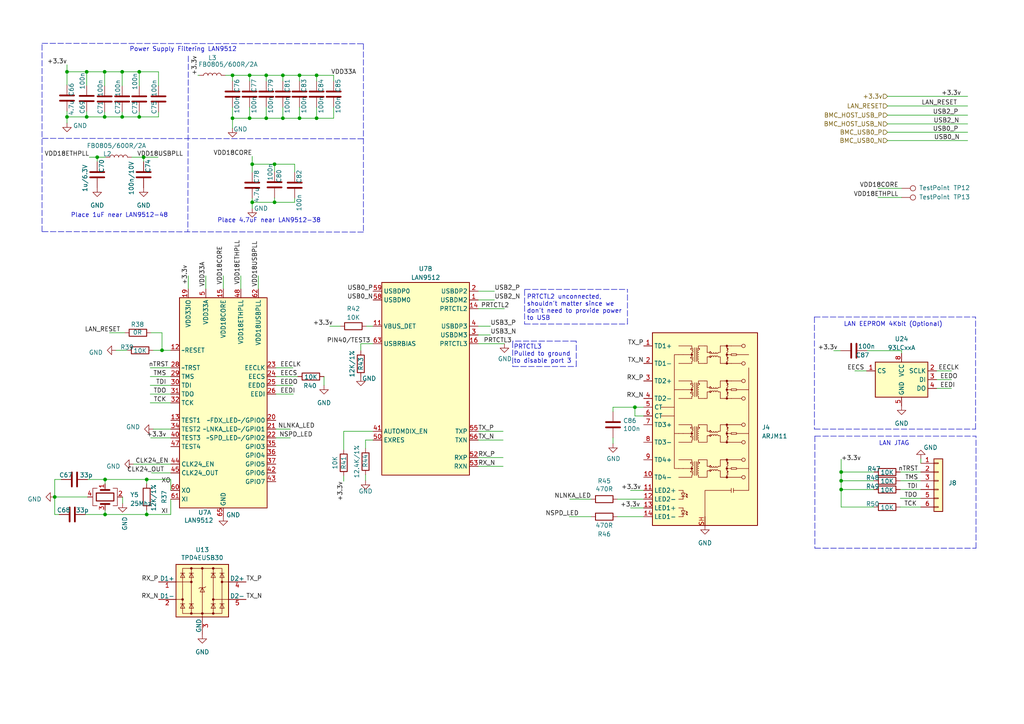
<source format=kicad_sch>
(kicad_sch (version 20230121) (generator eeschema)
  (paper "A4")
  (title_block (title "srvant-board MK1") (date "2021-07-14") (rev "rev-0.1dev"))
  (lib_symbols
    (symbol "CM4IO:TPD4EUSB30" (pin_names (offset 0))
      (property "Reference" "U" (at -0.635 8.89 0))
      (property "Value" "TPD4EUSB30" (at 8.89 -10.16 0))
      (symbol "TPD4EUSB30_1_1"
        (pin passive line (at -12.7 2.54 0) (length 5.08) (name "D1+") (number "1"))
        (pin passive line (at -12.7 2.54 0) (length 5.08) hide (name "~") (number "10"))
        (pin passive line (at -12.7 -2.54 0) (length 5.08) (name "D1-") (number "2"))
        (pin power_in line (at 0 -12.7 90) (length 5.08) (name "GND") (number "3"))
        (pin passive line (at 12.7 2.54 180) (length 5.08) (name "D2+") (number "4"))
        (pin passive line (at 12.7 -2.54 180) (length 5.08) (name "D2-") (number "5"))
        (pin passive line (at 12.7 -2.54 180) (length 5.08) hide (name "~") (number "6"))
        (pin passive line (at 12.7 2.54 180) (length 5.08) hide (name "~") (number "7"))
        (pin passive line (at 0 -12.7 90) (length 5.08) hide (name "GND") (number "8"))
        (pin passive line (at -12.7 -2.54 0) (length 5.08) hide (name "~") (number "9"))
      )
    )
    (symbol "Connector:ARJM11"
      (property "Reference" "J" (at -11.43 27.94 0))
      (property "Value" "ARJM11" (at 10.16 29.21 0))
      (symbol "ARJM11_1_1"
        (pin passive line (at -17.78 21.59 0) (length 2.54) (name "TD1+") (number "1"))
        (pin passive line (at -17.78 -16.51 0) (length 2.54) (name "TD4-") (number "10"))
        (pin passive line (at -17.78 -20.32 0) (length 2.54) (name "LED2+") (number "11"))
        (pin passive line (at -17.78 -22.86 0) (length 2.54) (name "LED2-") (number "12"))
        (pin passive line (at -17.78 -25.4 0) (length 2.54) (name "LED1+") (number "13"))
        (pin passive line (at -17.78 -27.94 0) (length 2.54) (name "LED1-") (number "14"))
        (pin passive line (at -17.78 16.51 0) (length 2.54) (name "TD1-") (number "2"))
        (pin passive line (at -17.78 11.43 0) (length 2.54) (name "TD2+") (number "3"))
        (pin passive line (at -17.78 6.35 0) (length 2.54) (name "TD2-") (number "4"))
        (pin passive line (at -17.78 3.81 0) (length 2.54) (name "CT") (number "5"))
        (pin passive line (at -17.78 1.27 0) (length 2.54) (name "CT") (number "6"))
        (pin passive line (at -17.78 -1.27 0) (length 2.54) (name "TD3+") (number "7"))
        (pin passive line (at -17.78 -6.35 0) (length 2.54) (name "TD3-") (number "8"))
        (pin passive line (at -17.78 -11.43 0) (length 2.54) (name "TD4+") (number "9"))
        (pin passive line (at 0 -30.48 90) (length 2.54) (name "~") (number "SH"))
      )
    )
    (symbol "Connector:TestPoint" (pin_numbers hide) (pin_names (offset 0.762) hide)
      (property "Reference" "TP" (at 0 6.858 0))
      (property "Value" "TestPoint" (at 0 5.08 0))
      (symbol "TestPoint_1_1"
        (pin passive line (at 0 0 90) (length 2.54) (name "1") (number "1"))
      )
    )
    (symbol "Connector_Generic:Conn_01x06" (pin_names (offset 1.016) hide)
      (property "Reference" "J" (at 0 7.62 0))
      (property "Value" "Conn_01x06" (at 0 -10.16 0))
      (symbol "Conn_01x06_1_1"
        (pin passive line (at -5.08 5.08 0) (length 3.81) (name "Pin_1") (number "1"))
        (pin passive line (at -5.08 2.54 0) (length 3.81) (name "Pin_2") (number "2"))
        (pin passive line (at -5.08 0 0) (length 3.81) (name "Pin_3") (number "3"))
        (pin passive line (at -5.08 -2.54 0) (length 3.81) (name "Pin_4") (number "4"))
        (pin passive line (at -5.08 -5.08 0) (length 3.81) (name "Pin_5") (number "5"))
        (pin passive line (at -5.08 -7.62 0) (length 3.81) (name "Pin_6") (number "6"))
      )
    )
    (symbol "Device:C" (pin_numbers hide) (pin_names (offset 0.254))
      (property "Reference" "C" (at 0.635 2.54 0))
      (property "Value" "C" (at 0.635 -2.54 0))
      (symbol "C_1_1"
        (pin passive line (at 0 3.81 270) (length 2.794) (name "~") (number "1"))
        (pin passive line (at 0 -3.81 90) (length 2.794) (name "~") (number "2"))
      )
    )
    (symbol "Device:Crystal_GND24" (pin_names (offset 1.016) hide)
      (property "Reference" "Y" (at 3.175 5.08 0))
      (property "Value" "Crystal_GND24" (at 3.175 3.175 0))
      (symbol "Crystal_GND24_1_1"
        (pin passive line (at -3.81 0 0) (length 1.27) (name "1") (number "1"))
        (pin passive line (at 0 5.08 270) (length 1.27) (name "2") (number "2"))
        (pin passive line (at 3.81 0 180) (length 1.27) (name "3") (number "3"))
        (pin passive line (at 0 -5.08 90) (length 1.27) (name "4") (number "4"))
      )
    )
    (symbol "Device:L" (pin_numbers hide) (pin_names (offset 1.016) hide)
      (property "Reference" "L" (at -1.27 0 90))
      (property "Value" "L" (at 1.905 0 90))
      (symbol "L_1_1"
        (pin passive line (at 0 3.81 270) (length 1.27) (name "1") (number "1"))
        (pin passive line (at 0 -3.81 90) (length 1.27) (name "2") (number "2"))
      )
    )
    (symbol "Device:R" (pin_numbers hide) (pin_names (offset 0))
      (property "Reference" "R" (at 2.032 0 90))
      (property "Value" "R" (at 0 0 90))
      (symbol "R_1_1"
        (pin passive line (at 0 3.81 270) (length 1.27) (name "~") (number "1"))
        (pin passive line (at 0 -3.81 90) (length 1.27) (name "~") (number "2"))
      )
    )
    (symbol "Interface_Ethernet:LAN9512"
      (property "Reference" "U" (at -15.24 31.75 0))
      (property "Value" "LAN9512" (at 15.24 31.75 0))
      (symbol "LAN9512_1_1"
        (pin passive line (at -5.08 33.02 270) (length 2.54) hide (name "VDD33A") (number "10"))
        (pin input line (at -15.24 15.24 0) (length 2.54) (name "~RESET") (number "12"))
        (pin input line (at -15.24 -5.08 0) (length 2.54) (name "TEST1") (number "13"))
        (pin power_in line (at 0 33.02 270) (length 2.54) (name "VDD18CORE") (number "15"))
        (pin power_in line (at -10.16 33.02 270) (length 2.54) (name "VDD33IO") (number "19"))
        (pin bidirectional line (at 15.24 -5.08 180) (length 2.54) (name "~FDX_LED~/GPIO0") (number "20"))
        (pin bidirectional line (at 15.24 -7.62 180) (length 2.54) (name "~LNKA_LED~/GPIO1") (number "21"))
        (pin bidirectional line (at 15.24 -10.16 180) (length 2.54) (name "~SPD_LED~/GPIO2") (number "22"))
        (pin output line (at 15.24 10.16 180) (length 2.54) (name "EECLK") (number "23"))
        (pin output line (at 15.24 7.62 180) (length 2.54) (name "EECS") (number "24"))
        (pin output line (at 15.24 5.08 180) (length 2.54) (name "EEDO") (number "25"))
        (pin input line (at 15.24 2.54 180) (length 2.54) (name "EEDI") (number "26"))
        (pin passive line (at -10.16 33.02 270) (length 2.54) hide (name "VDD33IO") (number "27"))
        (pin input line (at -15.24 10.16 0) (length 2.54) (name "~TRST") (number "28"))
        (pin input line (at -15.24 7.62 0) (length 2.54) (name "TMS") (number "29"))
        (pin input line (at -15.24 5.08 0) (length 2.54) (name "TDI") (number "30"))
        (pin output line (at -15.24 2.54 0) (length 2.54) (name "TDO") (number "31"))
        (pin input line (at -15.24 0 0) (length 2.54) (name "TCK") (number "32"))
        (pin passive line (at -10.16 33.02 270) (length 2.54) hide (name "VDD33IO") (number "33"))
        (pin input line (at -15.24 -7.62 0) (length 2.54) (name "TEST2") (number "34"))
        (pin bidirectional line (at 15.24 -12.7 180) (length 2.54) (name "GPIO3") (number "35"))
        (pin bidirectional line (at 15.24 -15.24 180) (length 2.54) (name "GPIO4") (number "36"))
        (pin bidirectional line (at 15.24 -17.78 180) (length 2.54) (name "GPIO5") (number "37"))
        (pin passive line (at 0 33.02 270) (length 2.54) hide (name "VDD18CORE") (number "38"))
        (pin passive line (at -10.16 33.02 270) (length 2.54) hide (name "VDD33IO") (number "39"))
        (pin input line (at -15.24 -10.16 0) (length 2.54) (name "TEST3") (number "40"))
        (pin bidirectional line (at 15.24 -20.32 180) (length 2.54) (name "GPIO6") (number "42"))
        (pin bidirectional line (at 15.24 -22.86 180) (length 2.54) (name "GPIO7") (number "43"))
        (pin input line (at -15.24 -17.78 0) (length 2.54) (name "CLK24_EN") (number "44"))
        (pin output line (at -15.24 -20.32 0) (length 2.54) (name "CLK24_OUT") (number "45"))
        (pin passive line (at -10.16 33.02 270) (length 2.54) hide (name "VDD33IO") (number "46"))
        (pin input line (at -15.24 -12.7 0) (length 2.54) (name "TEST4") (number "47"))
        (pin power_in line (at 5.08 33.02 270) (length 2.54) (name "VDD18ETHPLL") (number "48"))
        (pin passive line (at -5.08 33.02 270) (length 2.54) hide (name "VDD33A") (number "49"))
        (pin power_in line (at -5.08 33.02 270) (length 2.54) (name "VDD33A") (number "5"))
        (pin passive line (at -5.08 33.02 270) (length 2.54) hide (name "VDD33A") (number "51"))
        (pin passive line (at -5.08 33.02 270) (length 2.54) hide (name "VDD33A") (number "54"))
        (pin passive line (at -5.08 33.02 270) (length 2.54) hide (name "VDD33A") (number "57"))
        (pin input line (at -15.24 -25.4 0) (length 2.54) (name "XO") (number "60"))
        (pin input line (at -15.24 -27.94 0) (length 2.54) (name "XI") (number "61"))
        (pin power_in line (at 10.16 33.02 270) (length 2.54) (name "VDD18USBPLL") (number "62"))
        (pin passive line (at -5.08 33.02 270) (length 2.54) hide (name "VDD33A") (number "64"))
        (pin power_in line (at 0 -33.02 90) (length 2.54) (name "GND") (number "65"))
      )
      (symbol "LAN9512_2_1"
        (pin bidirectional line (at 15.24 22.86 180) (length 2.54) (name "USBDM2") (number "1"))
        (pin input line (at -15.24 15.24 0) (length 2.54) (name "VBUS_DET") (number "11"))
        (pin bidirectional line (at 15.24 20.32 180) (length 2.54) (name "PRTCTL2") (number "14"))
        (pin bidirectional line (at 15.24 10.16 180) (length 2.54) (name "PRTCTL3") (number "16"))
        (pin no_connect line (at 12.7 0 180) (length 2.54) hide (name "NC") (number "17"))
        (pin no_connect line (at 12.7 -10.16 180) (length 2.54) hide (name "NC") (number "18"))
        (pin bidirectional line (at 15.24 25.4 180) (length 2.54) (name "USBDP2") (number "2"))
        (pin bidirectional line (at 15.24 12.7 180) (length 2.54) (name "USBDM3") (number "3"))
        (pin bidirectional line (at 15.24 15.24 180) (length 2.54) (name "USBDP3") (number "4"))
        (pin input line (at -15.24 -15.24 0) (length 2.54) (name "AUTOMDIX_EN") (number "41"))
        (pin input line (at -15.24 -17.78 0) (length 2.54) (name "EXRES") (number "50"))
        (pin input line (at 15.24 -22.86 180) (length 2.54) (name "RXP") (number "52"))
        (pin input line (at 15.24 -25.4 180) (length 2.54) (name "RXN") (number "53"))
        (pin output line (at 15.24 -15.24 180) (length 2.54) (name "TXP") (number "55"))
        (pin output line (at 15.24 -17.78 180) (length 2.54) (name "TXN") (number "56"))
        (pin bidirectional line (at -15.24 22.86 0) (length 2.54) (name "USBDM0") (number "58"))
        (pin bidirectional line (at -15.24 25.4 0) (length 2.54) (name "USBDP0") (number "59"))
        (pin no_connect line (at 12.7 2.54 180) (length 2.54) hide (name "NC") (number "6"))
        (pin input line (at -15.24 10.16 0) (length 2.54) (name "USBRBIAS") (number "63"))
        (pin no_connect line (at 12.7 5.08 180) (length 2.54) hide (name "NC") (number "7"))
        (pin no_connect line (at 12.7 -7.62 180) (length 2.54) hide (name "NC") (number "8"))
        (pin no_connect line (at 12.7 -5.08 180) (length 2.54) hide (name "NC") (number "9"))
      )
    )
    (symbol "Memory_EEPROM:93LCxxA"
      (property "Reference" "U" (at -7.62 6.35 0))
      (property "Value" "93LCxxA" (at 2.54 -6.35 0))
      (symbol "93LCxxA_1_1"
        (pin input line (at -10.16 2.54 0) (length 2.54) (name "CS") (number "1"))
        (pin input line (at 10.16 2.54 180) (length 2.54) (name "SCLK") (number "2"))
        (pin input line (at 10.16 0 180) (length 2.54) (name "DI") (number "3"))
        (pin tri_state line (at 10.16 -2.54 180) (length 2.54) (name "DO") (number "4"))
        (pin power_in line (at 0 -7.62 90) (length 2.54) (name "GND") (number "5"))
        (pin no_connect line (at -7.62 0 0) (length 2.54) hide (name "NC") (number "6"))
        (pin no_connect line (at -7.62 -2.54 0) (length 2.54) hide (name "NC") (number "7"))
        (pin power_in line (at 0 7.62 270) (length 2.54) (name "VCC") (number "8"))
      )
    )
    (symbol "power:GND" (power) (pin_names (offset 0))
      (property "Value" "GND" (at 0 -3.81 0))
      (symbol "GND_1_1"
        (pin power_in line (at 0 0 270) (length 0) hide (name "GND") (number "1"))
      )
    )
  )
  (junction (at 77.216 21.844) (diameter 0.9144))
  (junction (at 42.545 149.225) (diameter 0.9144))
  (junction (at 72.39 34.29) (diameter 0.9144))
  (junction (at 72.39 21.844) (diameter 0.9144))
  (junction (at 82.042 21.844) (diameter 0.9144))
  (junction (at 35.433 33.909) (diameter 0.9144))
  (junction (at 243.967 136.906) (diameter 0.9144))
  (junction (at 243.967 141.986) (diameter 0.9144))
  (junction (at 15.875 144.145) (diameter 0.9144))
  (junction (at 86.868 34.29) (diameter 0.9144))
  (junction (at 19.431 20.828) (diameter 0.9144))
  (junction (at 73.152 47.625) (diameter 0.9144))
  (junction (at 91.821 21.844) (diameter 0.9144))
  (junction (at 86.868 21.844) (diameter 0.9144))
  (junction (at 82.042 34.29) (diameter 0.9144))
  (junction (at 25.146 20.828) (diameter 0.9144))
  (junction (at 243.967 139.446) (diameter 0.9144))
  (junction (at 77.216 34.29) (diameter 0.9144))
  (junction (at 30.48 149.225) (diameter 0.9144))
  (junction (at 184.15 118.11) (diameter 0.9144))
  (junction (at 91.821 34.29) (diameter 0.9144))
  (junction (at 30.48 139.065) (diameter 0.9144))
  (junction (at 40.386 33.909) (diameter 0.9144))
  (junction (at 79.629 47.625) (diameter 0.9144))
  (junction (at 28.194 45.593) (diameter 0.9144))
  (junction (at 42.545 139.065) (diameter 0.9144))
  (junction (at 30.353 20.828) (diameter 0.9144))
  (junction (at 19.431 33.909) (diameter 0.9144))
  (junction (at 46.99 101.6) (diameter 0.9144))
  (junction (at 67.437 21.844) (diameter 0.9144))
  (junction (at 41.656 45.593) (diameter 0.9144))
  (junction (at 67.437 34.29) (diameter 0.9144))
  (junction (at 30.353 33.909) (diameter 0.9144))
  (junction (at 25.146 33.909) (diameter 0.9144))
  (junction (at 35.433 20.828) (diameter 0.9144))
  (junction (at 79.629 58.674) (diameter 0.9144))
  (junction (at 73.152 58.674) (diameter 0.9144))
  (junction (at 40.386 20.828) (diameter 0.9144))
  (wire (pts (xy 85.471 57.531) (xy 85.471 58.674)))
  (wire (pts (xy 85.471 58.674) (xy 79.629 58.674)))
  (polyline (pts (xy 236.347 126.492) (xy 236.347 159.004)) (stroke (width 0) (type dash)))
  (wire (pts (xy 257.429 38.354) (xy 280.67 38.354)))
  (wire (pts (xy 186.69 142.24) (xy 182.88 142.24)))
  (wire (pts (xy 64.77 80.01) (xy 64.77 83.82)))
  (wire (pts (xy 257.429 30.734) (xy 280.67 30.734)))
  (wire (pts (xy 54.61 80.01) (xy 54.61 83.82)))
  (wire (pts (xy 271.653 107.569) (xy 275.971 107.569)))
  (wire (pts (xy 43.561 106.68) (xy 49.53 106.68)))
  (wire (pts (xy 243.967 139.446) (xy 243.967 136.906)))
  (wire (pts (xy 253.492 139.446) (xy 243.967 139.446)))
  (wire (pts (xy 65.405 21.844) (xy 67.437 21.844)))
  (wire (pts (xy 67.437 21.844) (xy 67.437 23.495)))
  (wire (pts (xy 30.353 20.828) (xy 30.353 24.892)))
  (wire (pts (xy 80.01 127) (xy 84.2264 127)))
  (wire (pts (xy 33.655 101.6) (xy 36.83 101.6)))
  (wire (pts (xy 43.561 111.76) (xy 49.53 111.76)))
  (wire (pts (xy 77.216 21.844) (xy 77.216 23.495)))
  (wire (pts (xy 177.8 128.651) (xy 177.8 127)))
  (wire (pts (xy 73.152 58.674) (xy 79.629 58.674)))
  (wire (pts (xy 79.629 58.674) (xy 79.629 57.404)))
  (wire (pts (xy 257.429 33.401) (xy 280.67 33.401)))
  (wire (pts (xy 261.112 139.446) (xy 267.081 139.446)))
  (wire (pts (xy 49.53 139.065) (xy 49.53 142.24)))
  (wire (pts (xy 261.112 136.906) (xy 267.081 136.906)))
  (wire (pts (xy 182.88 147.32) (xy 186.69 147.32)))
  (wire (pts (xy 25.146 20.828) (xy 25.146 24.765)))
  (wire (pts (xy 85.471 47.625) (xy 79.629 47.625)))
  (wire (pts (xy 85.471 49.911) (xy 85.471 47.625)))
  (wire (pts (xy 79.629 47.625) (xy 73.152 47.625)))
  (wire (pts (xy 79.629 49.784) (xy 79.629 47.625)))
  (wire (pts (xy 93.98 109.22) (xy 93.98 111.76)))
  (wire (pts (xy 104.648 99.695) (xy 108.204 99.695)))
  (polyline (pts (xy 12.192 12.573) (xy 105.41 12.7)) (stroke (width 0) (type dash)))
  (polyline (pts (xy 12.192 67.183) (xy 12.192 12.573)) (stroke (width 0) (type dash)))
  (polyline (pts (xy 105.41 12.7) (xy 105.41 67.31)) (stroke (width 0) (type dash)))
  (polyline (pts (xy 105.41 67.31) (xy 12.192 67.183)) (stroke (width 0) (type dash)))
  (wire (pts (xy 165.227 144.78) (xy 171.45 144.78)))
  (wire (pts (xy 247.904 107.569) (xy 251.333 107.569)))
  (wire (pts (xy 24.765 149.225) (xy 30.48 149.225)))
  (wire (pts (xy 30.48 149.225) (xy 42.545 149.225)))
  (wire (pts (xy 138.684 125.095) (xy 145.923 125.095)))
  (wire (pts (xy 43.815 96.52) (xy 46.99 96.52)))
  (wire (pts (xy 46.99 101.6) (xy 46.99 96.52)))
  (wire (pts (xy 261.112 141.986) (xy 267.081 141.986)))
  (wire (pts (xy 15.875 144.145) (xy 25.4 144.145)))
  (wire (pts (xy 72.39 23.495) (xy 72.39 21.844)))
  (wire (pts (xy 43.561 116.84) (xy 49.53 116.84)))
  (wire (pts (xy 80.01 124.46) (xy 84.2264 124.46)))
  (wire (pts (xy 138.684 89.535) (xy 146.304 89.535)))
  (wire (pts (xy 241.808 101.727) (xy 243.84 101.727)))
  (wire (pts (xy 138.684 84.455) (xy 143.4084 84.455)))
  (wire (pts (xy 177.8 119.38) (xy 177.8 118.11)))
  (wire (pts (xy 35.433 20.828) (xy 35.433 24.892)))
  (wire (pts (xy 15.875 139.065) (xy 15.875 144.145)))
  (wire (pts (xy 15.875 144.145) (xy 15.875 149.225)))
  (wire (pts (xy 15.875 149.225) (xy 17.145 149.225)))
  (wire (pts (xy 17.78 139.065) (xy 15.875 139.065)))
  (wire (pts (xy 91.821 31.115) (xy 91.821 34.29)))
  (wire (pts (xy 35.56 144.145) (xy 35.56 145.9992)))
  (wire (pts (xy 42.545 139.065) (xy 42.545 140.335)))
  (polyline (pts (xy 236.22 91.948) (xy 236.22 124.46)) (stroke (width 0) (type dash)))
  (polyline (pts (xy 236.22 91.948) (xy 282.956 91.948)) (stroke (width 0) (type dash)))
  (polyline (pts (xy 236.22 124.46) (xy 282.956 124.46)) (stroke (width 0) (type dash)))
  (polyline (pts (xy 282.956 124.46) (xy 282.956 91.948)) (stroke (width 0) (type dash)))
  (wire (pts (xy 67.437 37.211) (xy 67.437 34.29)))
  (wire (pts (xy 73.152 57.531) (xy 73.152 58.674)))
  (wire (pts (xy 73.152 58.674) (xy 73.152 60.452)))
  (wire (pts (xy 165.1 149.86) (xy 171.45 149.86)))
  (polyline (pts (xy 105.41 40.259) (xy 12.192 40.132)) (stroke (width 0) (type dash)))
  (wire (pts (xy 243.967 147.066) (xy 243.967 141.986)))
  (wire (pts (xy 253.492 147.066) (xy 243.967 147.066)))
  (wire (pts (xy 257.429 35.941) (xy 280.67 35.941)))
  (wire (pts (xy 106.0196 137.6934) (xy 106.0196 139.3698)))
  (wire (pts (xy 74.93 80.01) (xy 74.93 83.82)))
  (wire (pts (xy 243.967 133.223) (xy 243.967 136.906)))
  (wire (pts (xy 253.492 136.906) (xy 243.967 136.906)))
  (wire (pts (xy 138.684 86.995) (xy 143.4084 86.995)))
  (wire (pts (xy 59.69 80.01) (xy 59.69 83.82)))
  (wire (pts (xy 19.431 32.258) (xy 19.431 33.909)))
  (wire (pts (xy 19.431 33.909) (xy 19.431 35.687)))
  (wire (pts (xy 254.635 57.277) (xy 261.493 57.277)))
  (wire (pts (xy 38.735 134.62) (xy 49.53 134.62)))
  (wire (pts (xy 138.684 132.715) (xy 145.923 132.715)))
  (wire (pts (xy 261.112 147.066) (xy 267.081 147.066)))
  (wire (pts (xy 19.431 20.828) (xy 25.146 20.828)))
  (wire (pts (xy 19.431 24.638) (xy 19.431 20.828)))
  (wire (pts (xy 25.146 20.828) (xy 30.353 20.828)))
  (wire (pts (xy 30.353 20.828) (xy 35.433 20.828)))
  (wire (pts (xy 35.433 20.828) (xy 40.386 20.828)))
  (wire (pts (xy 40.386 20.828) (xy 45.974 20.828)))
  (wire (pts (xy 45.974 20.828) (xy 45.974 24.892)))
  (wire (pts (xy 67.437 21.844) (xy 72.39 21.844)))
  (wire (pts (xy 72.39 21.844) (xy 77.216 21.844)))
  (wire (pts (xy 77.216 21.844) (xy 82.042 21.844)))
  (wire (pts (xy 82.042 21.844) (xy 86.868 21.844)))
  (wire (pts (xy 86.868 21.844) (xy 91.821 21.844)))
  (wire (pts (xy 91.821 21.844) (xy 96.774 21.844)))
  (wire (pts (xy 96.774 21.844) (xy 96.774 23.495)))
  (wire (pts (xy 138.684 135.255) (xy 145.923 135.255)))
  (wire (pts (xy 106.299 94.615) (xy 108.204 94.615)))
  (wire (pts (xy 69.85 80.01) (xy 69.85 83.82)))
  (wire (pts (xy 261.493 101.727) (xy 261.493 102.489)))
  (wire (pts (xy 25.4 139.065) (xy 30.48 139.065)))
  (wire (pts (xy 30.48 139.065) (xy 42.545 139.065)))
  (wire (pts (xy 42.545 139.065) (xy 49.53 139.065)))
  (wire (pts (xy 30.48 147.955) (xy 30.48 149.225)))
  (wire (pts (xy 35.433 32.512) (xy 35.433 33.909)))
  (wire (pts (xy 40.386 20.828) (xy 40.386 24.892)))
  (wire (pts (xy 257.429 40.767) (xy 280.67 40.767)))
  (wire (pts (xy 99.695 139.573) (xy 99.695 138.049)))
  (wire (pts (xy 43.942 137.16) (xy 49.53 137.16)))
  (wire (pts (xy 106.0196 127.635) (xy 106.0196 130.0734)))
  (wire (pts (xy 42.545 147.955) (xy 42.545 149.225)))
  (wire (pts (xy 243.967 141.986) (xy 243.967 139.446)))
  (wire (pts (xy 253.492 141.986) (xy 243.967 141.986)))
  (wire (pts (xy 73.152 45.339) (xy 73.152 47.625)))
  (wire (pts (xy 73.152 47.625) (xy 73.152 49.911)))
  (wire (pts (xy 138.684 99.695) (xy 146.304 99.695)))
  (wire (pts (xy 271.653 110.109) (xy 275.971 110.109)))
  (wire (pts (xy 261.493 101.727) (xy 251.46 101.727)))
  (wire (pts (xy 25.146 32.385) (xy 25.146 33.909)))
  (wire (pts (xy 254.635 54.61) (xy 261.493 54.61)))
  (wire (pts (xy 95.631 94.615) (xy 98.679 94.615)))
  (wire (pts (xy 80.01 109.22) (xy 86.36 109.22)))
  (wire (pts (xy 80.01 114.3) (xy 85.09 114.3)))
  (wire (pts (xy 91.821 21.844) (xy 91.821 23.495)))
  (polyline (pts (xy 236.347 126.492) (xy 283.083 126.492)) (stroke (width 0) (type dash)))
  (wire (pts (xy 99.695 125.095) (xy 108.204 125.095)))
  (wire (pts (xy 99.695 130.429) (xy 99.695 125.095)))
  (wire (pts (xy 43.561 109.22) (xy 49.53 109.22)))
  (wire (pts (xy 72.39 31.115) (xy 72.39 34.29)))
  (wire (pts (xy 142.24 94.615) (xy 138.684 94.615)))
  (polyline (pts (xy 236.347 159.004) (xy 283.083 159.004)) (stroke (width 0) (type dash)))
  (wire (pts (xy 57.404 21.844) (xy 57.785 21.844)))
  (wire (pts (xy 179.07 149.86) (xy 186.69 149.86)))
  (wire (pts (xy 38.227 45.593) (xy 41.656 45.593)))
  (wire (pts (xy 41.656 45.593) (xy 45.847 45.593)))
  (wire (pts (xy 267.081 134.366) (xy 267.081 133.096)))
  (wire (pts (xy 108.204 127.635) (xy 106.0196 127.635)))
  (wire (pts (xy 138.684 127.635) (xy 145.923 127.635)))
  (polyline (pts (xy 54.61 16.256) (xy 54.483 67.183)) (stroke (width 0) (type dash)))
  (wire (pts (xy 44.45 101.6) (xy 46.99 101.6)))
  (wire (pts (xy 46.99 101.6) (xy 49.53 101.6)))
  (wire (pts (xy 30.353 32.512) (xy 30.353 33.909)))
  (wire (pts (xy 177.8 118.11) (xy 184.15 118.11)))
  (wire (pts (xy 184.15 118.11) (xy 186.69 118.11)))
  (wire (pts (xy 19.431 18.796) (xy 19.431 20.828)))
  (wire (pts (xy 42.545 149.225) (xy 49.53 149.225)))
  (wire (pts (xy 49.53 144.78) (xy 49.53 149.225)))
  (wire (pts (xy 257.429 27.94) (xy 280.67 27.94)))
  (polyline (pts (xy 152.146 83.947) (xy 181.991 83.947)) (stroke (width 0) (type dash)))
  (polyline (pts (xy 152.146 84.074) (xy 152.146 93.98)) (stroke (width 0) (type dash)))
  (polyline (pts (xy 152.146 93.98) (xy 181.991 93.98)) (stroke (width 0) (type dash)))
  (polyline (pts (xy 181.991 93.98) (xy 181.991 83.947)) (stroke (width 0) (type dash)))
  (polyline (pts (xy 283.083 159.004) (xy 283.083 126.492)) (stroke (width 0) (type dash)))
  (wire (pts (xy 43.688 127) (xy 49.53 127)))
  (wire (pts (xy 86.868 21.844) (xy 86.868 23.495)))
  (wire (pts (xy 67.437 31.115) (xy 67.437 34.29)))
  (wire (pts (xy 67.437 34.29) (xy 72.39 34.29)))
  (wire (pts (xy 72.39 34.29) (xy 77.216 34.29)))
  (wire (pts (xy 77.216 34.29) (xy 82.042 34.29)))
  (wire (pts (xy 82.042 34.29) (xy 86.868 34.29)))
  (wire (pts (xy 86.868 34.29) (xy 91.821 34.29)))
  (wire (pts (xy 91.821 34.29) (xy 96.774 34.29)))
  (wire (pts (xy 96.774 34.29) (xy 96.774 31.115)))
  (wire (pts (xy 80.01 106.68) (xy 84.963 106.68)))
  (wire (pts (xy 104.648 99.695) (xy 104.648 101.727)))
  (wire (pts (xy 80.01 111.76) (xy 84.963 111.76)))
  (wire (pts (xy 184.15 120.65) (xy 184.15 118.11)))
  (wire (pts (xy 186.69 120.65) (xy 184.15 120.65)))
  (wire (pts (xy 43.561 114.3) (xy 49.53 114.3)))
  (wire (pts (xy 77.216 31.115) (xy 77.216 34.29)))
  (wire (pts (xy 261.112 144.526) (xy 267.081 144.526)))
  (wire (pts (xy 44.45 124.46) (xy 49.53 124.46)))
  (wire (pts (xy 82.042 21.844) (xy 82.042 23.495)))
  (polyline (pts (xy 148.717 98.933) (xy 148.717 99.187)) (stroke (width 0) (type dash)))
  (polyline (pts (xy 148.717 99.187) (xy 148.717 106.299)) (stroke (width 0) (type dash)))
  (polyline (pts (xy 148.717 106.299) (xy 167.132 106.299)) (stroke (width 0) (type dash)))
  (polyline (pts (xy 167.132 98.933) (xy 148.717 98.933)) (stroke (width 0) (type dash)))
  (polyline (pts (xy 167.132 106.299) (xy 167.132 98.933)) (stroke (width 0) (type dash)))
  (wire (pts (xy 40.386 32.512) (xy 40.386 33.909)))
  (wire (pts (xy 82.042 31.115) (xy 82.042 34.29)))
  (wire (pts (xy 19.431 33.909) (xy 25.146 33.909)))
  (wire (pts (xy 25.146 33.909) (xy 30.353 33.909)))
  (wire (pts (xy 30.353 33.909) (xy 35.433 33.909)))
  (wire (pts (xy 35.433 33.909) (xy 40.386 33.909)))
  (wire (pts (xy 40.386 33.909) (xy 45.974 33.909)))
  (wire (pts (xy 45.974 33.909) (xy 45.974 32.512)))
  (wire (pts (xy 86.868 31.115) (xy 86.868 34.29)))
  (wire (pts (xy 41.656 45.593) (xy 41.656 46.863)))
  (wire (pts (xy 31.75 96.52) (xy 36.195 96.52)))
  (wire (pts (xy 179.07 144.78) (xy 186.69 144.78)))
  (wire (pts (xy 142.24 97.155) (xy 138.684 97.155)))
  (wire (pts (xy 271.653 112.649) (xy 275.971 112.649)))
  (wire (pts (xy 25.908 45.593) (xy 28.194 45.593)))
  (wire (pts (xy 28.194 45.593) (xy 30.607 45.593)))
  (wire (pts (xy 30.48 139.065) (xy 30.48 140.335)))
  (wire (pts (xy 28.194 45.593) (xy 28.194 46.863)))
  (text "LAN EEPROM 4Kbit (Optional)" (at 273.431 94.869 0) (effects (font (size 1.27 1.27)) (justify right bottom)))
  (text "Power Supply Filtering LAN9512" (at 68.707 15.113 0) (effects (font (size 1.27 1.27)) (justify right bottom)))
  (text "Place 1uF near LAN9512-48" (at 48.768 63.246 0) (effects (font (size 1.27 1.27)) (justify right bottom)))
  (text "PRTCTL2 unconnected,\nshouldn't matter since we \ndon't need to provide power\nto USB\n" (at 152.781 93.091 0) (effects (font (size 1.27 1.27)) (justify left bottom)))
  (text "Place 4.7uF near LAN9512-38" (at 93.091 64.77 0) (effects (font (size 1.27 1.27)) (justify right bottom)))
  (text "PRTCTL3\nPulled to ground \nto disable port 3" (at 148.971 105.537 0) (effects (font (size 1.27 1.27)) (justify left bottom)))
  (text "LAN JTAG" (at 263.779 129.413 0) (effects (font (size 1.27 1.27)) (justify right bottom)))
  (label "RX_P" (at 186.69 110.49 180))
  (label "TMS" (at 48.26 109.22 180))
  (label "TX_N" (at 71.374 173.863 0))
  (label "TDO" (at 48.26 114.3 180))
  (label "+3.3v" (at 57.404 21.844 90))
  (label "XI" (at 48.768 149.225 180))
  (label "VDD18CORE" (at 64.77 82.55 90))
  (label "+3.3v" (at 99.695 139.573 270))
  (label "VDD18CORE" (at 73.152 45.339 180))
  (label "VDD18ETHPLL" (at 69.85 82.55 90))
  (label "EEDO" (at 81.28 111.76 0))
  (label "TMS" (at 266.319 139.446 180))
  (label "TDI" (at 48.26 111.76 180))
  (label "RX_N" (at 45.974 173.863 180))
  (label "EEDI" (at 81.28 114.3 0))
  (label "EEDI" (at 272.669 112.649 0))
  (label "PRTCTL3" (at 140.2588 99.695 0))
  (label "+3.3v" (at 185.674 147.32 180))
  (label "USB0_N" (at 108.204 86.995 180))
  (label "+3.3v" (at 19.431 18.796 180))
  (label "TCK" (at 265.938 147.066 180))
  (label "nTRST" (at 266.319 136.906 180))
  (label "USB3_P" (at 142.24 94.615 0))
  (label "EECS" (at 81.28 109.22 0))
  (label "RX_P" (at 45.974 168.783 180))
  (label "TCK" (at 48.26 116.84 180))
  (label "USB2_P" (at 143.4084 84.455 0))
  (label "EECS" (at 250.698 107.569 180))
  (label "RX_P" (at 138.684 132.715 0))
  (label "VDD33A" (at 96.012 21.844 0))
  (label "+3.3v" (at 48.26 127 180))
  (label "VDD18ETHPLL" (at 25.908 45.593 180))
  (label "nTRST" (at 48.895 106.68 180))
  (label "NLNKA_LED" (at 80.645 124.46 0))
  (label "CLK24_OUT" (at 47.625 137.16 180))
  (label "VDD18USBPLL" (at 74.93 83.185 90))
  (label "USB2_N" (at 278.257 35.941 180))
  (label "USB0_P" (at 278.003 38.354 180))
  (label "NSPD_LED" (at 81.0006 127 0))
  (label "EEDO" (at 272.669 110.109 0))
  (label "USB0_N" (at 278.384 40.767 180))
  (label "USB3_N" (at 142.24 97.155 0))
  (label "NSPD_LED" (at 167.894 149.86 180))
  (label "XO" (at 49.53 140.335 180))
  (label "RX_N" (at 138.684 135.255 0))
  (label "TX_P" (at 186.69 100.33 180))
  (label "TX_P" (at 71.374 168.783 0))
  (label "EECLK" (at 272.161 107.569 0))
  (label "EECLK" (at 81.28 106.68 0))
  (label "TX_P" (at 138.684 125.095 0))
  (label "TDI" (at 266.192 141.986 180))
  (label "+3.3v" (at 242.951 101.727 180))
  (label "TDO" (at 266.065 144.526 180))
  (label "LAN_RESET" (at 34.925 96.52 180))
  (label "PIN40{slash}TEST3" (at 107.442 99.695 180))
  (label "CLK24_EN" (at 48.895 134.62 180))
  (label "USB2_P" (at 278.003 33.401 180))
  (label "TX_N" (at 138.684 127.635 0))
  (label "VDD18CORE" (at 260.604 54.61 180))
  (label "PRTCTL2" (at 139.4968 89.535 0))
  (label "+3.3v" (at 54.61 82.55 90))
  (label "+3.3v" (at 96.52 94.615 180))
  (label "+3.3v" (at 243.967 133.858 0))
  (label "LAN_RESET" (at 277.622 30.734 180))
  (label "VDD18ETHPLL" (at 260.604 57.277 180))
  (label "+3.3v" (at 185.928 142.24 180))
  (label "USB0_P" (at 108.204 84.455 180))
  (label "TX_N" (at 186.69 105.41 180))
  (label "+3.3v" (at 278.765 27.94 180))
  (label "VDD33A" (at 59.69 83.185 90))
  (label "USB2_N" (at 143.4084 86.995 0))
  (label "VDD18USBPLL" (at 39.751 45.593 0))
  (label "RX_N" (at 186.69 115.57 180))
  (label "NLNKA_LED" (at 171.45 144.78 180))
  (hierarchical_label "BMC_HOST_USB_N" (shape input) (at 257.429 35.941 180))
  (hierarchical_label "LAN_RESET" (shape input) (at 257.429 30.734 180))
  (hierarchical_label "BMC_HOST_USB_P" (shape input) (at 257.429 33.401 180))
  (hierarchical_label "BMC_USB0_N" (shape input) (at 257.429 40.767 180))
  (hierarchical_label "+3.3v" (shape input) (at 257.429 27.94 180))
  (hierarchical_label "BMC_USB0_P" (shape input) (at 257.429 38.354 180))
  (symbol (lib_id "Device:R") (at 257.302 141.986 270) (unit 1)
    (property "Reference" "R49" (at 253.111 141.097 90))
    (property "Value" "10K" (at 257.302 142.113 90))
    (property "Footprint" "Resistor_SMD:R_0402_1005Metric" (effects hide))
    (property "Datasheet" "~{}" (effects hide))
  )
  (symbol (lib_id "Device:C") (at 67.437 27.305 0) (unit 1)
    (property "Reference" "C76" (at 68.707 22.8601 90) (effects (justify right)))
    (property "Value" "100n" (at 68.707 27.9401 90) (effects (justify right)))
    (property "Footprint" "Capacitor_SMD:C_0402_1005Metric" (effects hide))
    (property "Datasheet" "~{}" (effects hide))
  )
  (symbol (lib_id "Interface_Ethernet:LAN9512") (at 123.444 109.855 0) (unit 2)
    (property "Reference" "U7" (at 123.444 77.9526 0))
    (property "Value" "LAN9512" (at 123.444 80.4926 0))
    (property "Footprint" "Package_DFN_QFN:QFN-64-1EP_9x9mm_P0.5mm_EP7.3x7.3mm" (effects hide))
    (property "Datasheet" "http://ww1.microchip.com/downloads/en/DeviceDoc/00002304A.pdf" (effects hide))
  )
  (symbol (lib_id "power:GND") (at 33.655 101.6 270) (unit 1)
    (property "Reference" "#PWR0200" (effects hide))
    (property "Value" "GND" (at 29.845 102.2349 90) (effects (justify right)))
  )
  (symbol (lib_id "power:GND") (at 106.0196 139.3698 0) (unit 1)
    (property "Reference" "#PWR0204" (effects hide))
    (property "Value" "GND" (at 108.0769 142.4686 0) (effects (justify right)))
  )
  (symbol (lib_id "power:GND") (at 64.77 149.86 0) (unit 1)
    (property "Reference" "#PWR0194" (effects hide))
    (property "Value" "GND" (at 69.6721 149.352 0) (effects (justify right)))
  )
  (symbol (lib_id "Device:R") (at 175.26 144.78 270) (unit 1)
    (property "Reference" "R45" (at 175.26 139.5222 90))
    (property "Value" "470R" (at 175.26 141.8336 90))
    (property "Footprint" "Resistor_SMD:R_0402_1005Metric" (effects hide))
    (property "Datasheet" "https://fscdn.rohm.com/en/products/databook/datasheet/passive/resistor/chip_resistor/mcr-e.pdf" (effects hide))
    (property "Field4" "Farnell" (effects hide))
    (property "Field5" "9239197" (effects hide))
    (property "Field7" "KOA EUROPE GMBH" (effects hide))
    (property "Field6" "RK73G1ETQTP4700D         " (effects hide))
    (property "Field8" "120887981" (effects hide))
    (property "Part Description" "Resistor 470R M1005 1% 63mW" (effects hide))
  )
  (symbol (lib_id "Device:C") (at 35.433 28.702 180) (unit 1)
    (property "Reference" "C72" (at 34.163 33.1469 90) (effects (justify right)))
    (property "Value" "100n" (at 34.163 28.0669 90) (effects (justify right)))
    (property "Footprint" "Capacitor_SMD:C_0402_1005Metric" (effects hide))
    (property "Datasheet" "~{}" (effects hide))
  )
  (symbol (lib_id "Device:R") (at 90.17 109.22 270) (unit 1)
    (property "Reference" "R40" (at 89.916 111.887 90))
    (property "Value" "10K" (at 90.17 109.347 90))
    (property "Footprint" "Resistor_SMD:R_0402_1005Metric" (effects hide))
    (property "Datasheet" "~{}" (effects hide))
  )
  (symbol (lib_id "Device:L") (at 34.417 45.593 90) (unit 1)
    (property "Reference" "L2" (at 31.115 44.6278 90))
    (property "Value" "FB0805/600R/2A" (at 33.782 42.2656 90))
    (property "Footprint" "Inductor_SMD:L_0805_2012Metric" (effects hide))
    (property "Datasheet" "~{}" (effects hide))
  )
  (symbol (lib_id "Device:C") (at 247.65 101.727 270) (unit 1)
    (property "Reference" "C87" (at 250.19 102.997 90))
    (property "Value" "100n" (at 251.333 100.457 90))
    (property "Footprint" "Capacitor_SMD:C_0402_1005Metric" (effects hide))
    (property "Datasheet" "~{}" (effects hide))
  )
  (symbol (lib_id "power:GND") (at 261.493 117.729 0) (unit 1)
    (property "Reference" "#PWR0203" (effects hide))
    (property "Value" "GND" (at 261.493 122.809 0))
  )
  (symbol (lib_id "power:GND") (at 35.56 145.9992 0) (unit 1)
    (property "Reference" "#PWR0133" (effects hide))
    (property "Value" "GND" (at 36.1949 149.8092 90) (effects (justify right)))
  )
  (symbol (lib_id "power:GND") (at 177.8 128.651 0) (unit 1)
    (property "Reference" "#PWR0195" (effects hide))
    (property "Value" "GND" (at 177.927 133.0452 0))
  )
  (symbol (lib_id "Device:C") (at 73.152 53.721 0) (unit 1)
    (property "Reference" "C78" (at 74.422 49.2761 90) (effects (justify right)))
    (property "Value" "4.7u" (at 74.422 54.3561 90) (effects (justify right)))
    (property "Footprint" "Capacitor_SMD:C_0402_1005Metric" (effects hide))
    (property "Datasheet" "~{}" (effects hide))
  )
  (symbol (lib_id "Device:C") (at 25.146 28.575 180) (unit 1)
    (property "Reference" "C69" (at 23.876 31.115 90))
    (property "Value" "100n" (at 23.876 23.495 90))
    (property "Footprint" "Capacitor_SMD:C_0402_1005Metric" (effects hide))
    (property "Datasheet" "~{}" (effects hide))
  )
  (symbol (lib_id "power:GND") (at 67.437 37.211 0) (unit 1)
    (property "Reference" "#PWR0143" (effects hide))
    (property "Value" "GND" (at 69.723 37.465 0))
  )
  (symbol (lib_id "Device:C") (at 30.353 28.702 180) (unit 1)
    (property "Reference" "C71" (at 29.083 33.1469 90) (effects (justify right)))
    (property "Value" "100n" (at 29.083 28.0669 90) (effects (justify right)))
    (property "Footprint" "Capacitor_SMD:C_0402_1005Metric" (effects hide))
    (property "Datasheet" "~{}" (effects hide))
  )
  (symbol (lib_id "Device:C") (at 45.974 28.702 180) (unit 1)
    (property "Reference" "C75" (at 44.704 33.1469 90) (effects (justify right)))
    (property "Value" "100n" (at 44.704 28.0669 90) (effects (justify right)))
    (property "Footprint" "Capacitor_SMD:C_0402_1005Metric" (effects hide))
    (property "Datasheet" "~{}" (effects hide))
  )
  (symbol (lib_id "Device:C") (at 40.386 28.702 180) (unit 1)
    (property "Reference" "C73" (at 39.116 31.242 90))
    (property "Value" "100n" (at 39.116 23.622 90))
    (property "Footprint" "Capacitor_SMD:C_0402_1005Metric" (effects hide))
    (property "Datasheet" "~{}" (effects hide))
  )
  (symbol (lib_id "Connector:ARJM11") (at 204.47 121.92 0) (unit 1)
    (property "Reference" "J4" (at 220.98 123.9519 0) (effects (justify left)))
    (property "Value" "ARJM11" (at 220.98 126.4919 0) (effects (justify left)))
    (property "Footprint" "Connector_RJ:RJ45_Wuerth_7499111446_Horizontal" (effects hide))
    (property "Datasheet" "https://media.digikey.com/pdf/Data%20Sheets/Pulse%20PDFs/JK%20Series.pdf" (effects hide))
  )
  (symbol (lib_id "Device:C") (at 77.216 27.305 0) (unit 1)
    (property "Reference" "C79" (at 78.486 22.8601 90) (effects (justify right)))
    (property "Value" "100n" (at 78.486 27.9401 90) (effects (justify right)))
    (property "Footprint" "Capacitor_SMD:C_0402_1005Metric" (effects hide))
    (property "Datasheet" "~{}" (effects hide))
  )
  (symbol (lib_id "Device:R") (at 106.0196 133.8834 180) (unit 1)
    (property "Reference" "R44" (at 105.9688 133.6802 90))
    (property "Value" "12.4K/1%" (at 103.4796 133.8834 90))
    (property "Footprint" "Resistor_SMD:R_0402_1005Metric" (effects hide))
    (property "Datasheet" "~{}" (effects hide))
  )
  (symbol (lib_id "Device:R") (at 40.005 96.52 270) (unit 1)
    (property "Reference" "R38" (at 39.878 94.107 90))
    (property "Value" "0R" (at 39.878 96.393 90))
    (property "Footprint" "Resistor_SMD:R_0402_1005Metric" (effects hide))
    (property "Datasheet" "~{}" (effects hide))
  )
  (symbol (lib_id "Connector_Generic:Conn_01x06") (at 272.161 139.446 0) (unit 1)
    (property "Reference" "J8" (at 275.082 140.0809 0) (effects (justify left)))
    (property "Value" "Conn_1x06" (effects hide))
    (property "Footprint" "Connector_PinHeader_2.54mm:PinHeader_1x06_P2.54mm_Vertical" (effects hide))
    (property "Datasheet" "~{}" (effects hide))
  )
  (symbol (lib_id "power:GND") (at 15.875 144.145 270) (unit 1)
    (property "Reference" "#PWR0131" (effects hide))
    (property "Value" "GND" (at 12.065 144.7799 90) (effects (justify right)))
  )
  (symbol (lib_id "power:GND") (at 104.648 109.347 0) (unit 1)
    (property "Reference" "#PWR0186" (effects hide))
    (property "Value" "GND" (at 109.1183 109.7788 0) (effects (justify right)))
  )
  (symbol (lib_id "Device:R") (at 42.545 144.145 180) (unit 1)
    (property "Reference" "R37" (at 47.625 144.145 90))
    (property "Value" "12K/1%" (at 44.5516 144.3736 90))
    (property "Footprint" "Resistor_SMD:R_0402_1005Metric" (effects hide))
    (property "Datasheet" "~{}" (effects hide))
  )
  (symbol (lib_id "power:GND") (at 58.674 184.023 0) (unit 1)
    (property "Reference" "#PWR0199" (effects hide))
    (property "Value" "GND" (at 58.674 189.103 0))
  )
  (symbol (lib_id "power:GND") (at 146.304 99.695 0) (unit 1)
    (property "Reference" "#PWR0124" (effects hide))
    (property "Value" "GND" (at 146.431 104.0892 0))
  )
  (symbol (lib_id "power:GND") (at 73.152 60.452 0) (unit 1)
    (property "Reference" "#PWR0145" (effects hide))
    (property "Value" "GND" (at 75.692 60.452 0))
  )
  (symbol (lib_id "Device:C") (at 79.629 53.594 0) (unit 1)
    (property "Reference" "C80" (at 80.899 51.054 90))
    (property "Value" "100n" (at 78.359 49.911 90))
    (property "Footprint" "Capacitor_SMD:C_0402_1005Metric" (effects hide))
    (property "Datasheet" "~{}" (effects hide))
  )
  (symbol (lib_id "Device:C") (at 19.431 28.448 0) (unit 1)
    (property "Reference" "C66" (at 20.701 24.0031 90) (effects (justify right)))
    (property "Value" "4.7u" (at 20.701 29.0831 90) (effects (justify right)))
    (property "Footprint" "Capacitor_SMD:C_0402_1005Metric" (effects hide))
    (property "Datasheet" "~{}" (effects hide))
  )
  (symbol (lib_id "Device:C") (at 86.868 27.305 0) (unit 1)
    (property "Reference" "C83" (at 88.138 22.8601 90) (effects (justify right)))
    (property "Value" "100n" (at 88.138 27.9401 90) (effects (justify right)))
    (property "Footprint" "Capacitor_SMD:C_0402_1005Metric" (effects hide))
    (property "Datasheet" "~{}" (effects hide))
  )
  (symbol (lib_id "Memory_EEPROM:93LCxxA") (at 261.493 110.109 0) (unit 1)
    (property "Reference" "U24" (at 261.493 98.298 0))
    (property "Value" "93LCxxA" (at 261.493 100.838 0))
    (property "Footprint" "Package_SO:SOIC-8-1EP_3.9x4.9mm_P1.27mm_EP2.29x3mm_ThermalVias" (effects hide))
    (property "Datasheet" "http://ww1.microchip.com/downloads/en/DeviceDoc/20001749K.pdf" (effects hide))
  )
  (symbol (lib_id "Device:R") (at 99.695 134.239 180) (unit 1)
    (property "Reference" "R41" (at 99.695 134.239 90))
    (property "Value" "10K" (at 97.155 134.239 90))
    (property "Footprint" "Resistor_SMD:R_0402_1005Metric" (effects hide))
    (property "Datasheet" "~{}" (effects hide))
  )
  (symbol (lib_id "CM4IO:TPD4EUSB30") (at 58.674 171.323 0) (unit 1)
    (property "Reference" "U13" (at 58.674 159.4612 0))
    (property "Value" "TPD4EUSB30" (at 58.674 161.7726 0))
    (property "Footprint" "Package_SON:USON-10_2.5x1.0mm_P0.5mm" (effects hide))
    (property "Datasheet" "http://www.ti.com/lit/ds/symlink/tpd2eusb30a.pdf" (effects hide))
    (property "Field4" "Farnell" (effects hide))
    (property "Field5" "2335455" (effects hide))
    (property "Field6" "CDDFN10-3324P-13" (effects hide))
    (property "Field7" "Bourns" (effects hide))
    (property "Field8" "UDIO00346" (effects hide))
    (property "Part Description" "Quad TVS diode for high speed signals (USB3, GigE etc.)" (effects hide))
  )
  (symbol (lib_id "Device:R") (at 257.302 147.066 270) (unit 1)
    (property "Reference" "R50" (at 253.111 146.177 90))
    (property "Value" "10K" (at 257.302 147.193 90))
    (property "Footprint" "Resistor_SMD:R_0402_1005Metric" (effects hide))
    (property "Datasheet" "~{}" (effects hide))
  )
  (symbol (lib_id "Device:C") (at 41.656 50.673 0) (unit 1)
    (property "Reference" "C74" (at 42.926 48.133 90))
    (property "Value" "100n/10V" (at 38.1 51.689 90))
    (property "Footprint" "Capacitor_SMD:C_0402_1005Metric" (effects hide))
    (property "Datasheet" "~{}" (effects hide))
  )
  (symbol (lib_id "power:GND") (at 267.081 133.096 180) (unit 1)
    (property "Reference" "#PWR0202" (effects hide))
    (property "Value" "GND" (at 267.8429 129.794 0) (effects (justify right)))
  )
  (symbol (lib_id "Device:C") (at 91.821 27.305 0) (unit 1)
    (property "Reference" "C84" (at 93.091 22.8601 90) (effects (justify right)))
    (property "Value" "100n" (at 93.091 27.9401 90) (effects (justify right)))
    (property "Footprint" "Capacitor_SMD:C_0402_1005Metric" (effects hide))
    (property "Datasheet" "~{}" (effects hide))
  )
  (symbol (lib_id "Device:C") (at 177.8 123.19 0) (unit 1)
    (property "Reference" "C86" (at 180.721 122.0216 0) (effects (justify left)))
    (property "Value" "100n" (at 180.721 124.333 0) (effects (justify left)))
    (property "Footprint" "Capacitor_SMD:C_0402_1005Metric" (effects hide))
    (property "Datasheet" "https://search.murata.co.jp/Ceramy/image/img/A01X/G101/ENG/GRM155R71C104KA88-01.pdf" (effects hide))
    (property "Field4" "Farnell" (effects hide))
    (property "Field5" "2611911" (effects hide))
    (property "Field6" "RM EMK105 B7104KV-F" (effects hide))
    (property "Field7" "TAIYO YUDEN EUROPE GMBH" (effects hide))
    (property "Part Description" "	0.1uF 10% 16V Ceramic Capacitor X7R 0402 (1005 Metric)" (effects hide))
    (property "Field8" "110091611" (effects hide))
  )
  (symbol (lib_id "power:GND") (at 28.194 54.483 0) (unit 1)
    (property "Reference" "#PWR0170" (effects hide))
    (property "Value" "GND" (at 28.194 59.563 0))
  )
  (symbol (lib_id "power:GND") (at 38.735 134.62 270) (unit 1)
    (property "Reference" "#PWR0197" (effects hide))
    (property "Value" "GND" (at 34.925 135.2549 90) (effects (justify right)))
  )
  (symbol (lib_id "Device:R") (at 257.302 139.446 270) (unit 1)
    (property "Reference" "R48" (at 253.111 138.557 90))
    (property "Value" "10K" (at 257.302 139.573 90))
    (property "Footprint" "Resistor_SMD:R_0402_1005Metric" (effects hide))
    (property "Datasheet" "~{}" (effects hide))
  )
  (symbol (lib_id "Device:C") (at 85.471 53.721 0) (unit 1)
    (property "Reference" "C82" (at 86.741 51.181 90))
    (property "Value" "100n" (at 86.741 58.801 90))
    (property "Footprint" "Capacitor_SMD:C_0402_1005Metric" (effects hide))
    (property "Datasheet" "~{}" (effects hide))
  )
  (symbol (lib_id "Connector:TestPoint") (at 261.493 54.61 270) (unit 1)
    (property "Reference" "TP12" (at 276.479 54.4829 90) (effects (justify left)))
    (property "Value" "TestPoint" (at 266.573 54.4829 90) (effects (justify left)))
    (property "Footprint" "TestPoint:TestPoint_Pad_1.0x1.0mm" (effects hide))
    (property "Datasheet" "~{}" (effects hide))
  )
  (symbol (lib_id "Device:L") (at 61.595 21.844 90) (unit 1)
    (property "Reference" "L3" (at 61.595 16.764 90))
    (property "Value" "FB0805/600R/2A" (at 66.167 18.669 90))
    (property "Footprint" "Inductor_SMD:L_0805_2012Metric" (effects hide))
    (property "Datasheet" "~{}" (effects hide))
  )
  (symbol (lib_id "Device:R") (at 175.26 149.86 270) (unit 1)
    (property "Reference" "R46" (at 175.26 154.94 90))
    (property "Value" "470R" (at 175.26 152.4 90))
    (property "Footprint" "Resistor_SMD:R_0402_1005Metric" (effects hide))
    (property "Datasheet" "https://fscdn.rohm.com/en/products/databook/datasheet/passive/resistor/chip_resistor/mcr-e.pdf" (effects hide))
    (property "Field4" "Farnell" (effects hide))
    (property "Field5" "9239197" (effects hide))
    (property "Field7" "KOA EUROPE GMBH" (effects hide))
    (property "Field6" "RK73G1ETQTP4700D         " (effects hide))
    (property "Field8" "120887981" (effects hide))
    (property "Part Description" "Resistor 470R M1005 1% 63mW" (effects hide))
  )
  (symbol (lib_id "Device:R") (at 104.648 105.537 180) (unit 1)
    (property "Reference" "R43" (at 104.648 105.537 90))
    (property "Value" "12K/1%" (at 102.108 105.537 90))
    (property "Footprint" "Resistor_SMD:R_0402_1005Metric" (effects hide))
    (property "Datasheet" "~{}" (effects hide))
  )
  (symbol (lib_id "Device:C") (at 82.042 27.305 0) (unit 1)
    (property "Reference" "C81" (at 83.312 22.8601 90) (effects (justify right)))
    (property "Value" "100n" (at 83.312 27.9401 90) (effects (justify right)))
    (property "Footprint" "Capacitor_SMD:C_0402_1005Metric" (effects hide))
    (property "Datasheet" "~{}" (effects hide))
  )
  (symbol (lib_id "power:GND") (at 93.98 111.76 0) (unit 1)
    (property "Reference" "#PWR0188" (effects hide))
    (property "Value" "GND" (at 93.98 116.84 0))
  )
  (symbol (lib_id "Device:C") (at 28.194 50.673 0) (unit 1)
    (property "Reference" "C70" (at 29.464 48.133 90))
    (property "Value" "1u/6.3V" (at 24.638 51.689 90))
    (property "Footprint" "Capacitor_SMD:C_0402_1005Metric" (effects hide))
    (property "Datasheet" "~{}" (effects hide))
  )
  (symbol (lib_id "Device:Crystal_GND24") (at 30.48 144.145 270) (unit 1)
    (property "Reference" "Y5" (at 37.7444 143.5099 90) (effects (justify left)))
    (property "Value" "25Mhz" (at 37.7444 146.0499 90) (effects (justify left)))
    (property "Footprint" "srvant:LFXTAL-25MHz" (effects hide))
    (property "Datasheet" "~{}" (effects hide))
  )
  (symbol (lib_id "Device:R") (at 102.489 94.615 90) (unit 1)
    (property "Reference" "R42" (at 102.489 89.535 90))
    (property "Value" "10K" (at 102.489 92.075 90))
    (property "Footprint" "Resistor_SMD:R_0402_1005Metric" (effects hide))
    (property "Datasheet" "~{}" (effects hide))
  )
  (symbol (lib_id "Device:C") (at 72.39 27.305 0) (unit 1)
    (property "Reference" "C77" (at 73.66 22.8601 90) (effects (justify right)))
    (property "Value" "100n" (at 73.66 27.9401 90) (effects (justify right)))
    (property "Footprint" "Capacitor_SMD:C_0402_1005Metric" (effects hide))
    (property "Datasheet" "~{}" (effects hide))
  )
  (symbol (lib_id "Device:R") (at 40.64 101.6 270) (unit 1)
    (property "Reference" "R39" (at 36.83 100.711 90))
    (property "Value" "10K" (at 40.64 101.727 90))
    (property "Footprint" "Resistor_SMD:R_0402_1005Metric" (effects hide))
    (property "Datasheet" "~{}" (effects hide))
  )
  (symbol (lib_id "Interface_Ethernet:LAN9512") (at 64.77 116.84 0) (unit 1)
    (property "Reference" "U7" (at 59.3852 148.6408 0))
    (property "Value" "LAN9512" (at 57.658 150.9268 0))
    (property "Footprint" "Package_DFN_QFN:QFN-64-1EP_9x9mm_P0.5mm_EP7.3x7.3mm" (effects hide))
    (property "Datasheet" "http://ww1.microchip.com/downloads/en/DeviceDoc/00002304A.pdf" (effects hide))
  )
  (symbol (lib_id "Device:C") (at 20.955 149.225 90) (unit 1)
    (property "Reference" "C68" (at 16.5101 147.955 90) (effects (justify right)))
    (property "Value" "33p" (at 21.9711 147.955 90) (effects (justify right)))
    (property "Footprint" "Capacitor_SMD:C_0402_1005Metric" (effects hide))
    (property "Datasheet" "~{}" (effects hide))
  )
  (symbol (lib_id "power:GND") (at 204.47 152.4 0) (unit 1)
    (property "Reference" "#PWR0205" (effects hide))
    (property "Value" "GND" (at 204.47 157.48 0))
  )
  (symbol (lib_id "Device:C") (at 21.59 139.065 90) (unit 1)
    (property "Reference" "C67" (at 17.1451 137.795 90) (effects (justify right)))
    (property "Value" "33p" (at 23.1141 137.795 90) (effects (justify right)))
    (property "Footprint" "Capacitor_SMD:C_0402_1005Metric" (effects hide))
    (property "Datasheet" "~{}" (effects hide))
  )
  (symbol (lib_id "Device:R") (at 257.302 136.906 270) (unit 1)
    (property "Reference" "R47" (at 253.492 136.017 90))
    (property "Value" "10K" (at 257.302 137.033 90))
    (property "Footprint" "Resistor_SMD:R_0402_1005Metric" (effects hide))
    (property "Datasheet" "~{}" (effects hide))
  )
  (symbol (lib_id "power:GND") (at 44.45 124.46 270) (unit 1)
    (property "Reference" "#PWR0201" (effects hide))
    (property "Value" "GND" (at 40.64 123.8251 90) (effects (justify right)))
  )
  (symbol (lib_id "Connector:TestPoint") (at 261.493 57.277 270) (unit 1)
    (property "Reference" "TP13" (at 276.479 57.1499 90) (effects (justify left)))
    (property "Value" "TestPoint" (at 266.573 57.1499 90) (effects (justify left)))
    (property "Footprint" "TestPoint:TestPoint_Pad_1.0x1.0mm" (effects hide))
    (property "Datasheet" "~{}" (effects hide))
  )
  (symbol (lib_id "power:GND") (at 19.431 35.687 0) (unit 1)
    (property "Reference" "#PWR0156" (effects hide))
    (property "Value" "GND" (at 23.241 36.449 0))
  )
  (symbol (lib_id "power:GND") (at 41.656 54.483 0) (unit 1)
    (property "Reference" "#PWR0176" (effects hide))
    (property "Value" "GND" (at 41.656 59.563 0))
  )
  (symbol (lib_id "Device:C") (at 96.774 27.305 0) (unit 1)
    (property "Reference" "C85" (at 98.044 22.8601 90) (effects (justify right)))
    (property "Value" "100n" (at 98.044 27.9401 90) (effects (justify right)))
    (property "Footprint" "Capacitor_SMD:C_0402_1005Metric" (effects hide))
    (property "Datasheet" "~{}" (effects hide))
  )
)
</source>
